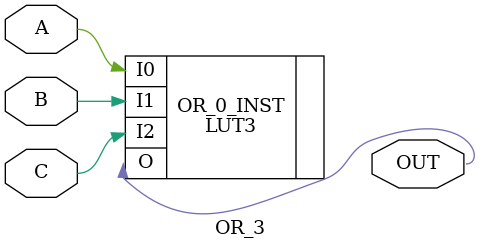
<source format=sv>
module OR_3(A, B, C, OUT);

input logic A, B, C;
output logic OUT;

LUT3 #(.INIT(8'hFE)) OR_0_INST( .I0(A), .I1(B), .I2(C), .O(OUT));

endmodule
</source>
